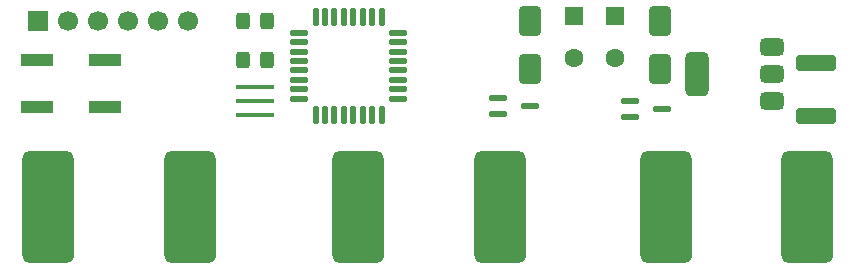
<source format=gbr>
%TF.GenerationSoftware,KiCad,Pcbnew,9.0.3*%
%TF.CreationDate,2025-12-06T16:05:57+01:00*%
%TF.ProjectId,arduinoController,61726475-696e-46f4-936f-6e74726f6c6c,rev?*%
%TF.SameCoordinates,Original*%
%TF.FileFunction,Soldermask,Top*%
%TF.FilePolarity,Negative*%
%FSLAX46Y46*%
G04 Gerber Fmt 4.6, Leading zero omitted, Abs format (unit mm)*
G04 Created by KiCad (PCBNEW 9.0.3) date 2025-12-06 16:05:57*
%MOMM*%
%LPD*%
G01*
G04 APERTURE LIST*
G04 Aperture macros list*
%AMRoundRect*
0 Rectangle with rounded corners*
0 $1 Rounding radius*
0 $2 $3 $4 $5 $6 $7 $8 $9 X,Y pos of 4 corners*
0 Add a 4 corners polygon primitive as box body*
4,1,4,$2,$3,$4,$5,$6,$7,$8,$9,$2,$3,0*
0 Add four circle primitives for the rounded corners*
1,1,$1+$1,$2,$3*
1,1,$1+$1,$4,$5*
1,1,$1+$1,$6,$7*
1,1,$1+$1,$8,$9*
0 Add four rect primitives between the rounded corners*
20,1,$1+$1,$2,$3,$4,$5,0*
20,1,$1+$1,$4,$5,$6,$7,0*
20,1,$1+$1,$6,$7,$8,$9,0*
20,1,$1+$1,$8,$9,$2,$3,0*%
G04 Aperture macros list end*
%ADD10RoundRect,0.660000X-1.540000X-4.090000X1.540000X-4.090000X1.540000X4.090000X-1.540000X4.090000X0*%
%ADD11C,1.600000*%
%ADD12RoundRect,0.250000X-0.550000X0.550000X-0.550000X-0.550000X0.550000X-0.550000X0.550000X0.550000X0*%
%ADD13RoundRect,0.250000X-0.650000X1.000000X-0.650000X-1.000000X0.650000X-1.000000X0.650000X1.000000X0*%
%ADD14RoundRect,0.112500X-0.637500X0.112500X-0.637500X-0.112500X0.637500X-0.112500X0.637500X0.112500X0*%
%ADD15RoundRect,0.250000X-0.325000X-0.450000X0.325000X-0.450000X0.325000X0.450000X-0.325000X0.450000X0*%
%ADD16R,2.750000X1.000000*%
%ADD17R,3.200000X0.400000*%
%ADD18RoundRect,0.250000X1.450000X-0.400000X1.450000X0.400000X-1.450000X0.400000X-1.450000X-0.400000X0*%
%ADD19RoundRect,0.137500X-0.600000X-0.137500X0.600000X-0.137500X0.600000X0.137500X-0.600000X0.137500X0*%
%ADD20RoundRect,0.137500X-0.137500X-0.600000X0.137500X-0.600000X0.137500X0.600000X-0.137500X0.600000X0*%
%ADD21R,1.700000X1.700000*%
%ADD22C,1.700000*%
%ADD23RoundRect,0.375000X0.625000X0.375000X-0.625000X0.375000X-0.625000X-0.375000X0.625000X-0.375000X0*%
%ADD24RoundRect,0.500000X0.500000X1.400000X-0.500000X1.400000X-0.500000X-1.400000X0.500000X-1.400000X0*%
G04 APERTURE END LIST*
D10*
%TO.C,J4*%
X181000000Y-97500000D03*
X169000000Y-97500000D03*
%TD*%
D11*
%TO.C,J5*%
X190750000Y-84850000D03*
D12*
X190750000Y-81250000D03*
%TD*%
D13*
%TO.C,D2*%
X183500000Y-85750000D03*
X183500000Y-81750000D03*
%TD*%
D14*
%TO.C,Q1*%
X194660000Y-89150000D03*
X192000000Y-89800000D03*
X192000000Y-88500000D03*
%TD*%
D11*
%TO.C,J6*%
X187250000Y-84850000D03*
D12*
X187250000Y-81250000D03*
%TD*%
D13*
%TO.C,D1*%
X194500000Y-85750000D03*
X194500000Y-81750000D03*
%TD*%
D15*
%TO.C,D4*%
X159200000Y-85000000D03*
X161250000Y-85000000D03*
%TD*%
D10*
%TO.C,J2*%
X142750000Y-97500000D03*
X154750000Y-97500000D03*
%TD*%
D14*
%TO.C,Q2*%
X180840000Y-88250000D03*
X180840000Y-89550000D03*
X183500000Y-88900000D03*
%TD*%
D16*
%TO.C,SW1*%
X141750000Y-85000000D03*
X147510000Y-85000000D03*
X141750000Y-89000000D03*
X147510000Y-89000000D03*
%TD*%
D17*
%TO.C,Y1*%
X160250000Y-89700000D03*
X160250000Y-88500000D03*
X160250000Y-87300000D03*
%TD*%
D18*
%TO.C,F1*%
X207750000Y-89750000D03*
X207750000Y-85300000D03*
%TD*%
D19*
%TO.C,U1*%
X164000000Y-82700000D03*
X164000000Y-83500000D03*
X164000000Y-84300000D03*
X164000000Y-85100000D03*
X164000000Y-85900000D03*
X164000000Y-86700000D03*
X164000000Y-87500000D03*
X164000000Y-88300000D03*
D20*
X165362500Y-89662500D03*
X166162500Y-89662500D03*
X166962500Y-89662500D03*
X167762500Y-89662500D03*
X168562500Y-89662500D03*
X169362500Y-89662500D03*
X170162500Y-89662500D03*
X170962500Y-89662500D03*
D19*
X172325000Y-88300000D03*
X172325000Y-87500000D03*
X172325000Y-86700000D03*
X172325000Y-85900000D03*
X172325000Y-85100000D03*
X172325000Y-84300000D03*
X172325000Y-83500000D03*
X172325000Y-82700000D03*
D20*
X170962500Y-81337500D03*
X170162500Y-81337500D03*
X169362500Y-81337500D03*
X168562500Y-81337500D03*
X167762500Y-81337500D03*
X166962500Y-81337500D03*
X166162500Y-81337500D03*
X165362500Y-81337500D03*
%TD*%
D21*
%TO.C,J7*%
X141900000Y-81750000D03*
D22*
X144440000Y-81750000D03*
X146980000Y-81750000D03*
X149520000Y-81750000D03*
X152060000Y-81750000D03*
X154600000Y-81750000D03*
%TD*%
D15*
%TO.C,D3*%
X159200000Y-81750000D03*
X161250000Y-81750000D03*
%TD*%
D23*
%TO.C,U3*%
X204000000Y-88500000D03*
X204000000Y-86200000D03*
D24*
X197700000Y-86200000D03*
D23*
X204000000Y-83900000D03*
%TD*%
D10*
%TO.C,J3*%
X195000000Y-97500000D03*
X207000000Y-97500000D03*
%TD*%
M02*

</source>
